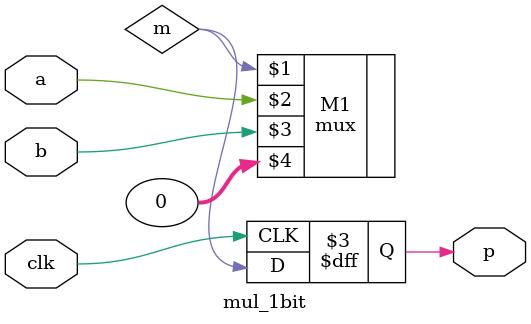
<source format=v>
`timescale 1ns / 1ps

module mul_1bit(a,b,clk,p);
input a;
input b;
input clk;
output reg p;
wire m;
wire h1,h2,h3,h4;

mux M1(m,a,b,0);

always @(posedge clk)
begin
p<=m;
end

endmodule


</source>
